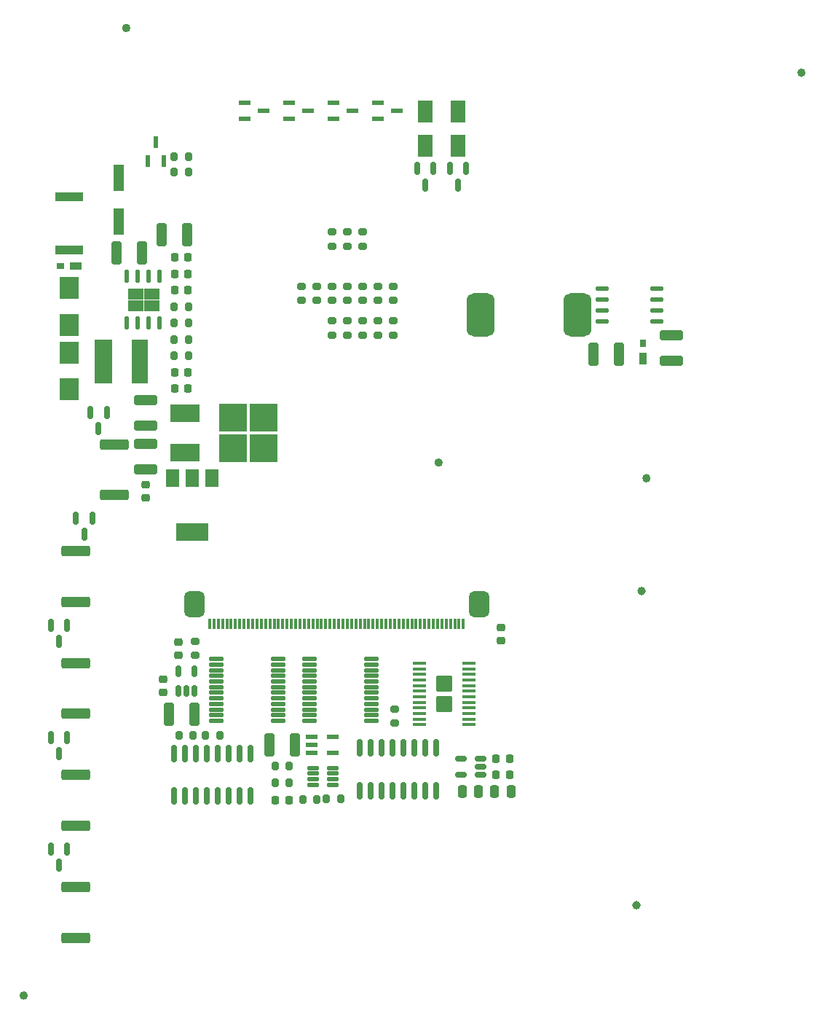
<source format=gtp>
G04 #@! TF.GenerationSoftware,KiCad,Pcbnew,(6.0.5-0)*
G04 #@! TF.CreationDate,2023-01-18T02:57:05+09:00*
G04 #@! TF.ProjectId,qPCR-main,71504352-2d6d-4616-996e-2e6b69636164,rev?*
G04 #@! TF.SameCoordinates,Original*
G04 #@! TF.FileFunction,Paste,Top*
G04 #@! TF.FilePolarity,Positive*
%FSLAX46Y46*%
G04 Gerber Fmt 4.6, Leading zero omitted, Abs format (unit mm)*
G04 Created by KiCad (PCBNEW (6.0.5-0)) date 2023-01-18 02:57:05*
%MOMM*%
%LPD*%
G01*
G04 APERTURE LIST*
G04 Aperture macros list*
%AMRoundRect*
0 Rectangle with rounded corners*
0 $1 Rounding radius*
0 $2 $3 $4 $5 $6 $7 $8 $9 X,Y pos of 4 corners*
0 Add a 4 corners polygon primitive as box body*
4,1,4,$2,$3,$4,$5,$6,$7,$8,$9,$2,$3,0*
0 Add four circle primitives for the rounded corners*
1,1,$1+$1,$2,$3*
1,1,$1+$1,$4,$5*
1,1,$1+$1,$6,$7*
1,1,$1+$1,$8,$9*
0 Add four rect primitives between the rounded corners*
20,1,$1+$1,$2,$3,$4,$5,0*
20,1,$1+$1,$4,$5,$6,$7,0*
20,1,$1+$1,$6,$7,$8,$9,0*
20,1,$1+$1,$8,$9,$2,$3,0*%
G04 Aperture macros list end*
%ADD10C,0.475000*%
%ADD11C,0.100000*%
%ADD12RoundRect,0.150000X-0.150000X0.587500X-0.150000X-0.587500X0.150000X-0.587500X0.150000X0.587500X0*%
%ADD13RoundRect,0.250000X-0.250000X-0.475000X0.250000X-0.475000X0.250000X0.475000X-0.250000X0.475000X0*%
%ADD14R,2.300000X2.500000*%
%ADD15RoundRect,0.250000X-1.425000X0.362500X-1.425000X-0.362500X1.425000X-0.362500X1.425000X0.362500X0*%
%ADD16R,3.200000X1.000000*%
%ADD17R,1.900000X5.100000*%
%ADD18R,2.100000X5.100000*%
%ADD19RoundRect,0.225000X0.225000X0.250000X-0.225000X0.250000X-0.225000X-0.250000X0.225000X-0.250000X0*%
%ADD20RoundRect,0.225000X-0.225000X-0.250000X0.225000X-0.250000X0.225000X0.250000X-0.225000X0.250000X0*%
%ADD21R,1.800000X2.500000*%
%ADD22RoundRect,0.200000X-0.275000X0.200000X-0.275000X-0.200000X0.275000X-0.200000X0.275000X0.200000X0*%
%ADD23RoundRect,0.200000X0.275000X-0.200000X0.275000X0.200000X-0.275000X0.200000X-0.275000X-0.200000X0*%
%ADD24RoundRect,0.109795X-0.765205X-0.109794X0.765205X-0.109794X0.765205X0.109794X-0.765205X0.109794X0*%
%ADD25RoundRect,0.150000X-0.150000X0.825000X-0.150000X-0.825000X0.150000X-0.825000X0.150000X0.825000X0*%
%ADD26RoundRect,0.225000X0.250000X-0.225000X0.250000X0.225000X-0.250000X0.225000X-0.250000X-0.225000X0*%
%ADD27RoundRect,0.225000X-0.250000X0.225000X-0.250000X-0.225000X0.250000X-0.225000X0.250000X0.225000X0*%
%ADD28RoundRect,0.250000X0.325000X1.100000X-0.325000X1.100000X-0.325000X-1.100000X0.325000X-1.100000X0*%
%ADD29RoundRect,0.109795X-0.552705X-0.109795X0.552705X-0.109795X0.552705X0.109795X-0.552705X0.109795X0*%
%ADD30RoundRect,0.150000X0.150000X-0.512500X0.150000X0.512500X-0.150000X0.512500X-0.150000X-0.512500X0*%
%ADD31RoundRect,0.250000X0.715000X0.695000X-0.715000X0.695000X-0.715000X-0.695000X0.715000X-0.695000X0*%
%ADD32RoundRect,0.100000X0.687500X0.100000X-0.687500X0.100000X-0.687500X-0.100000X0.687500X-0.100000X0*%
%ADD33RoundRect,0.200000X0.200000X0.275000X-0.200000X0.275000X-0.200000X-0.275000X0.200000X-0.275000X0*%
%ADD34R,1.473200X0.558800*%
%ADD35RoundRect,0.200000X-0.200000X-0.275000X0.200000X-0.275000X0.200000X0.275000X-0.200000X0.275000X0*%
%ADD36RoundRect,0.072295X0.072295X0.552705X-0.072295X0.552705X-0.072295X-0.552705X0.072295X-0.552705X0*%
%ADD37RoundRect,0.600000X0.600000X0.899999X-0.600000X0.899999X-0.600000X-0.899999X0.600000X-0.899999X0*%
%ADD38RoundRect,0.139700X-0.139700X0.590550X-0.139700X-0.590550X0.139700X-0.590550X0.139700X0.590550X0*%
%ADD39R,1.320800X0.558800*%
%ADD40R,1.397000X0.889000*%
%ADD41R,0.863600X0.762000*%
%ADD42R,1.500000X2.000000*%
%ADD43R,3.800000X2.000000*%
%ADD44R,0.889000X1.397000*%
%ADD45R,0.762000X0.863600*%
%ADD46RoundRect,0.114300X0.643700X0.114300X-0.643700X0.114300X-0.643700X-0.114300X0.643700X-0.114300X0*%
%ADD47RoundRect,0.250000X1.100000X-0.325000X1.100000X0.325000X-1.100000X0.325000X-1.100000X-0.325000X0*%
%ADD48RoundRect,0.812500X0.812500X1.687500X-0.812500X1.687500X-0.812500X-1.687500X0.812500X-1.687500X0*%
%ADD49R,0.558800X1.320800*%
%ADD50R,1.219200X3.098800*%
%ADD51RoundRect,0.150000X0.512500X0.150000X-0.512500X0.150000X-0.512500X-0.150000X0.512500X-0.150000X0*%
%ADD52RoundRect,0.250000X0.250000X0.475000X-0.250000X0.475000X-0.250000X-0.475000X0.250000X-0.475000X0*%
%ADD53RoundRect,0.250000X-0.325000X-1.100000X0.325000X-1.100000X0.325000X1.100000X-0.325000X1.100000X0*%
%ADD54R,3.300000X3.300000*%
%ADD55R,3.500000X2.000000*%
G04 APERTURE END LIST*
D10*
X100062503Y-35109990D02*
G75*
G03*
X100062503Y-35109990I-237500J0D01*
G01*
X88137500Y-147500000D02*
G75*
G03*
X88137500Y-147500000I-237500J0D01*
G01*
X136373510Y-85589999D02*
G75*
G03*
X136373510Y-85589999I-237500J0D01*
G01*
X178562493Y-40299996D02*
G75*
G03*
X178562493Y-40299996I-237500J0D01*
G01*
X160542510Y-87409999D02*
G75*
G03*
X160542510Y-87409999I-237500J0D01*
G01*
X159977500Y-100510000D02*
G75*
G03*
X159977500Y-100510000I-237500J0D01*
G01*
X159377500Y-137010000D02*
G75*
G03*
X159377500Y-137010000I-237500J0D01*
G01*
G36*
X101710000Y-67908900D02*
G01*
X100055800Y-67908900D01*
X100055800Y-66750000D01*
X101710000Y-66750000D01*
X101710000Y-67908900D01*
G37*
D11*
X101710000Y-67908900D02*
X100055800Y-67908900D01*
X100055800Y-66750000D01*
X101710000Y-66750000D01*
X101710000Y-67908900D01*
G36*
X103564200Y-67908900D02*
G01*
X101910000Y-67908900D01*
X101910000Y-66750000D01*
X103564200Y-66750000D01*
X103564200Y-67908900D01*
G37*
X103564200Y-67908900D02*
X101910000Y-67908900D01*
X101910000Y-66750000D01*
X103564200Y-66750000D01*
X103564200Y-67908900D01*
G36*
X101710000Y-66550000D02*
G01*
X100055800Y-66550000D01*
X100055800Y-65391100D01*
X101710000Y-65391100D01*
X101710000Y-66550000D01*
G37*
X101710000Y-66550000D02*
X100055800Y-66550000D01*
X100055800Y-65391100D01*
X101710000Y-65391100D01*
X101710000Y-66550000D01*
G36*
X103564200Y-66550000D02*
G01*
X101910000Y-66550000D01*
X101910000Y-65391100D01*
X103564200Y-65391100D01*
X103564200Y-66550000D01*
G37*
X103564200Y-66550000D02*
X101910000Y-66550000D01*
X101910000Y-65391100D01*
X103564200Y-65391100D01*
X103564200Y-66550000D01*
D12*
X97560000Y-79732500D03*
X95660000Y-79732500D03*
X96610000Y-81607500D03*
X95870000Y-92062500D03*
X93970000Y-92062500D03*
X94920000Y-93937500D03*
X92926000Y-104512500D03*
X91026000Y-104512500D03*
X91976000Y-106387500D03*
X92926000Y-117512500D03*
X91026000Y-117512500D03*
X91976000Y-119387500D03*
X92926000Y-130512500D03*
X91026000Y-130512500D03*
X91976000Y-132387500D03*
D13*
X138902505Y-123797500D03*
X140802505Y-123797500D03*
D14*
X93220007Y-69619995D03*
X93220007Y-65319995D03*
X93220007Y-72799990D03*
X93220007Y-77099990D03*
D15*
X98430000Y-83457500D03*
X98430000Y-89382500D03*
X93936000Y-95857500D03*
X93936000Y-101782500D03*
X93936000Y-108857500D03*
X93936000Y-114782500D03*
X93936000Y-121857500D03*
X93936000Y-127782500D03*
X93936000Y-134857500D03*
X93936000Y-140782500D03*
D16*
X93220007Y-60900011D03*
X93220007Y-54700011D03*
D17*
X101395000Y-73880000D03*
D18*
X97195000Y-73880000D03*
D19*
X107004988Y-63677800D03*
X105454988Y-63677800D03*
D20*
X105454988Y-75107800D03*
X107004988Y-75107800D03*
D21*
X134590000Y-48790000D03*
X134590000Y-44790000D03*
X138400000Y-48790000D03*
X138400000Y-44790000D03*
D12*
X135540000Y-51452500D03*
X133640000Y-51452500D03*
X134590000Y-53327500D03*
X139350000Y-51452500D03*
X137450000Y-51452500D03*
X138400000Y-53327500D03*
D22*
X123725991Y-58779021D03*
X123725991Y-60429021D03*
D23*
X125503991Y-60429021D03*
X125503991Y-58779021D03*
D24*
X110245846Y-108425983D03*
X110245846Y-109075981D03*
X110245846Y-109725982D03*
X110245846Y-110375982D03*
X110245846Y-111025982D03*
X110245846Y-111675982D03*
X110245846Y-112325982D03*
X110245846Y-112975982D03*
X110245846Y-113625982D03*
X110245846Y-114275982D03*
X110245846Y-114925983D03*
X110245846Y-115575981D03*
X117445846Y-115575981D03*
X117445846Y-114925983D03*
X117445846Y-114275982D03*
X117445846Y-113625982D03*
X117445846Y-112975982D03*
X117445846Y-112325982D03*
X117445846Y-111675982D03*
X117445846Y-111025982D03*
X117445846Y-110375982D03*
X117445846Y-109725982D03*
X117445846Y-109075981D03*
X117445846Y-108425983D03*
D25*
X135865000Y-118745000D03*
X134595000Y-118745000D03*
X133325000Y-118745000D03*
X132055000Y-118745000D03*
X130785000Y-118745000D03*
X129515000Y-118745000D03*
X128245000Y-118745000D03*
X126975000Y-118745000D03*
X126975000Y-123695000D03*
X128245000Y-123695000D03*
X129515000Y-123695000D03*
X130785000Y-123695000D03*
X132055000Y-123695000D03*
X133325000Y-123695000D03*
X134595000Y-123695000D03*
X135865000Y-123695000D03*
D24*
X121135855Y-108425983D03*
X121135855Y-109075981D03*
X121135855Y-109725982D03*
X121135855Y-110375982D03*
X121135855Y-111025982D03*
X121135855Y-111675982D03*
X121135855Y-112325982D03*
X121135855Y-112975982D03*
X121135855Y-113625982D03*
X121135855Y-114275982D03*
X121135855Y-114925983D03*
X121135855Y-115575981D03*
X128335855Y-115575981D03*
X128335855Y-114925983D03*
X128335855Y-114275982D03*
X128335855Y-113625982D03*
X128335855Y-112975982D03*
X128335855Y-112325982D03*
X128335855Y-111675982D03*
X128335855Y-111025982D03*
X128335855Y-110375982D03*
X128335855Y-109725982D03*
X128335855Y-109075981D03*
X128335855Y-108425983D03*
D26*
X104069998Y-112284988D03*
X104069998Y-110734988D03*
D27*
X143430000Y-104765000D03*
X143430000Y-106315000D03*
X105885005Y-106405000D03*
X105885005Y-107955000D03*
D20*
X117164998Y-124822407D03*
X118714998Y-124822407D03*
D28*
X119414998Y-118369994D03*
X116464998Y-118369994D03*
D29*
X121562500Y-121075000D03*
X121562500Y-121725000D03*
X121562500Y-122375000D03*
X121562500Y-123025000D03*
X123837500Y-123025000D03*
X123837500Y-122375000D03*
X123837500Y-121725000D03*
X123837500Y-121075000D03*
D30*
X105887505Y-112127500D03*
X106837505Y-112127500D03*
X107787505Y-112127500D03*
X107787505Y-109852500D03*
X105887505Y-109852500D03*
D31*
X136804400Y-111301200D03*
X136804400Y-113641200D03*
D32*
X139666900Y-116046200D03*
X139666900Y-115396200D03*
X139666900Y-114746200D03*
X139666900Y-114096200D03*
X139666900Y-113446200D03*
X139666900Y-112796200D03*
X139666900Y-112146200D03*
X139666900Y-111496200D03*
X139666900Y-110846200D03*
X139666900Y-110196200D03*
X139666900Y-109546200D03*
X139666900Y-108896200D03*
X133941900Y-108896200D03*
X133941900Y-109546200D03*
X133941900Y-110196200D03*
X133941900Y-110846200D03*
X133941900Y-111496200D03*
X133941900Y-112146200D03*
X133941900Y-112796200D03*
X133941900Y-113446200D03*
X133941900Y-114096200D03*
X133941900Y-114746200D03*
X133941900Y-115396200D03*
X133941900Y-116046200D03*
D33*
X118764998Y-122765007D03*
X117114998Y-122765007D03*
D25*
X114255000Y-119395620D03*
X112985000Y-119395620D03*
X111715000Y-119395620D03*
X110445000Y-119395620D03*
X109175000Y-119395620D03*
X107905000Y-119395620D03*
X106635000Y-119395620D03*
X105365000Y-119395620D03*
X105365000Y-124345620D03*
X106635000Y-124345620D03*
X107905000Y-124345620D03*
X109175000Y-124345620D03*
X110445000Y-124345620D03*
X111715000Y-124345620D03*
X112985000Y-124345620D03*
X114255000Y-124345620D03*
D34*
X121416191Y-117419993D03*
X121416191Y-118369994D03*
X121416191Y-119319995D03*
X123803791Y-119319995D03*
X123803791Y-117419993D03*
D35*
X117114998Y-120860007D03*
X118764998Y-120860007D03*
X105965007Y-117320009D03*
X107615007Y-117320009D03*
D33*
X121975000Y-124690000D03*
X120325000Y-124690000D03*
D35*
X123085000Y-124640000D03*
X124735000Y-124640000D03*
D36*
X139019991Y-104340000D03*
X138519991Y-104340000D03*
X138019991Y-104340000D03*
X137519991Y-104340000D03*
X137019991Y-104340000D03*
X136519991Y-104340000D03*
X136019992Y-104340000D03*
X135519990Y-104340000D03*
X135019991Y-104340000D03*
X134519990Y-104340000D03*
X134019991Y-104340000D03*
X133519992Y-104340000D03*
X133019990Y-104340000D03*
X132519991Y-104340000D03*
X132019990Y-104340000D03*
X131519991Y-104340000D03*
X131019992Y-104340000D03*
X130519990Y-104340000D03*
X130019991Y-104340000D03*
X129519992Y-104340000D03*
X129019991Y-104340000D03*
X128519992Y-104340000D03*
X128019990Y-104340000D03*
X127519991Y-104340000D03*
X127019992Y-104340000D03*
X126519991Y-104340000D03*
X126019992Y-104340000D03*
X125519990Y-104340000D03*
X125019991Y-104340000D03*
X124519992Y-104340000D03*
X124019991Y-104340000D03*
X123519992Y-104340000D03*
X123019990Y-104340000D03*
X122519991Y-104340000D03*
X122019992Y-104340000D03*
X121519990Y-104340000D03*
X121019991Y-104340000D03*
X120519990Y-104340000D03*
X120019991Y-104340000D03*
X119519992Y-104340000D03*
X119019990Y-104340000D03*
X118519991Y-104340000D03*
X118019990Y-104340000D03*
X117519991Y-104340000D03*
X117019992Y-104340000D03*
X116519990Y-104340000D03*
X116019991Y-104340000D03*
X115519990Y-104340000D03*
X115019991Y-104340000D03*
X114519992Y-104340000D03*
X114019990Y-104340000D03*
X113519991Y-104340000D03*
X113019992Y-104340000D03*
X112519993Y-104340000D03*
X112019994Y-104340000D03*
X111519995Y-104340000D03*
X111019996Y-104340000D03*
X110519997Y-104340000D03*
X110019998Y-104340000D03*
X109519999Y-104340000D03*
D37*
X140819991Y-102015000D03*
X107720003Y-102015000D03*
D38*
X103715000Y-63925850D03*
X102445000Y-63925850D03*
X101175000Y-63925850D03*
X99905000Y-63925850D03*
X99905000Y-69374150D03*
X101175000Y-69374150D03*
X102445000Y-69374150D03*
X103715000Y-69374150D03*
D27*
X102089991Y-88135008D03*
X102089991Y-89685008D03*
D39*
X123942805Y-43760212D03*
X123942805Y-45639812D03*
X126127205Y-44700012D03*
X129107794Y-43760212D03*
X129107794Y-45639812D03*
X131292194Y-44700012D03*
X118777791Y-43760212D03*
X118777791Y-45639812D03*
X120962191Y-44700012D03*
X113612803Y-43760212D03*
X113612803Y-45639812D03*
X115797203Y-44700012D03*
D40*
X93969307Y-62770004D03*
D41*
X92204007Y-62770004D03*
D42*
X109769991Y-87400009D03*
X107469991Y-87400009D03*
X105169991Y-87400009D03*
D43*
X107469991Y-93700009D03*
D19*
X107004988Y-65582800D03*
X105454988Y-65582800D03*
D35*
X105404988Y-67487800D03*
X107054988Y-67487800D03*
D44*
X159900000Y-73499300D03*
D45*
X159900000Y-71734000D03*
D46*
X161510206Y-69204992D03*
X161510206Y-67934992D03*
X161510206Y-66664992D03*
X161510206Y-65394992D03*
X155168206Y-67934992D03*
X155168206Y-66664992D03*
X155168206Y-65394992D03*
X155168206Y-69204992D03*
D47*
X163230000Y-73745000D03*
X163230000Y-70795000D03*
D28*
X157065000Y-73030000D03*
X154115000Y-73030000D03*
D48*
X152285006Y-68409998D03*
X141035006Y-68409998D03*
D22*
X130838000Y-65095000D03*
X130838000Y-66745000D03*
D23*
X120169991Y-66745010D03*
X120169991Y-65095010D03*
X127281991Y-66745010D03*
X127281991Y-65095010D03*
X129060000Y-66745000D03*
X129060000Y-65095000D03*
X121947991Y-66745010D03*
X121947991Y-65095010D03*
X123725991Y-66745010D03*
X123725991Y-65095010D03*
X125504000Y-66745000D03*
X125504000Y-65095000D03*
D22*
X130838000Y-69125000D03*
X130838000Y-70775000D03*
D23*
X127281991Y-60429021D03*
X127281991Y-58779021D03*
D22*
X127282000Y-69125000D03*
X127282000Y-70775000D03*
X129060000Y-69125000D03*
X129060000Y-70775000D03*
X125504000Y-69125000D03*
X125504000Y-70775000D03*
X123725991Y-69125000D03*
X123725991Y-70775000D03*
D23*
X131010000Y-115845000D03*
X131010000Y-114195000D03*
D35*
X105404988Y-73202800D03*
X107054988Y-73202800D03*
X105404988Y-51816000D03*
X107054988Y-51816000D03*
X105404988Y-50038000D03*
X107054988Y-50038000D03*
D49*
X102310200Y-50572200D03*
X104189800Y-50572200D03*
X103250000Y-48387800D03*
D47*
X102089991Y-81314998D03*
X102089991Y-78364998D03*
X102089991Y-86394998D03*
X102089991Y-83444998D03*
D28*
X106885000Y-59105800D03*
X103935000Y-59105800D03*
D19*
X107004988Y-61772800D03*
X105454988Y-61772800D03*
D50*
X98940010Y-57602704D03*
X98940010Y-52497304D03*
D51*
X140990005Y-121890000D03*
X140990005Y-120940000D03*
X140990005Y-119990000D03*
X138715005Y-119990000D03*
X138715005Y-121890000D03*
D19*
X144367502Y-119987500D03*
X142817502Y-119987500D03*
D23*
X107790005Y-108005000D03*
X107790005Y-106355000D03*
D33*
X107054988Y-71297800D03*
X105404988Y-71297800D03*
D35*
X109035004Y-117320009D03*
X110685004Y-117320009D03*
D52*
X144542502Y-123797500D03*
X142642502Y-123797500D03*
D53*
X104765000Y-114800000D03*
X107715000Y-114800000D03*
D54*
X115780000Y-83930000D03*
X112230000Y-83930000D03*
X112230000Y-80330000D03*
X115780000Y-80330000D03*
D55*
X106605000Y-79830000D03*
X106605000Y-84410000D03*
D19*
X107004988Y-77012800D03*
X105454988Y-77012800D03*
D35*
X105404988Y-69392800D03*
X107054988Y-69392800D03*
D19*
X144367502Y-121892500D03*
X142817502Y-121892500D03*
D53*
X98690000Y-61210000D03*
X101640000Y-61210000D03*
M02*

</source>
